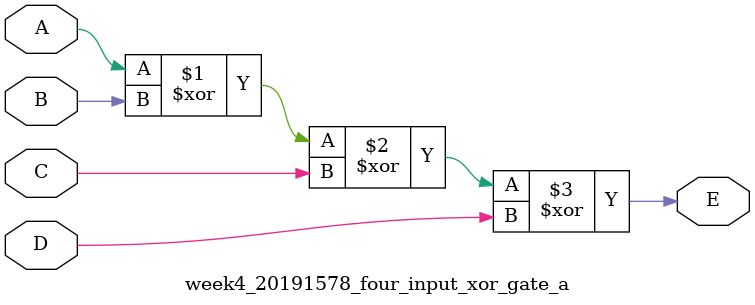
<source format=v>
`timescale 1ns / 1ps


module week4_20191578_four_input_xor_gate_a(
    input A,
    input B,
    input C,
    input D,
    output E
    );
    assign E = A ^ B ^ C ^ D;
endmodule

</source>
